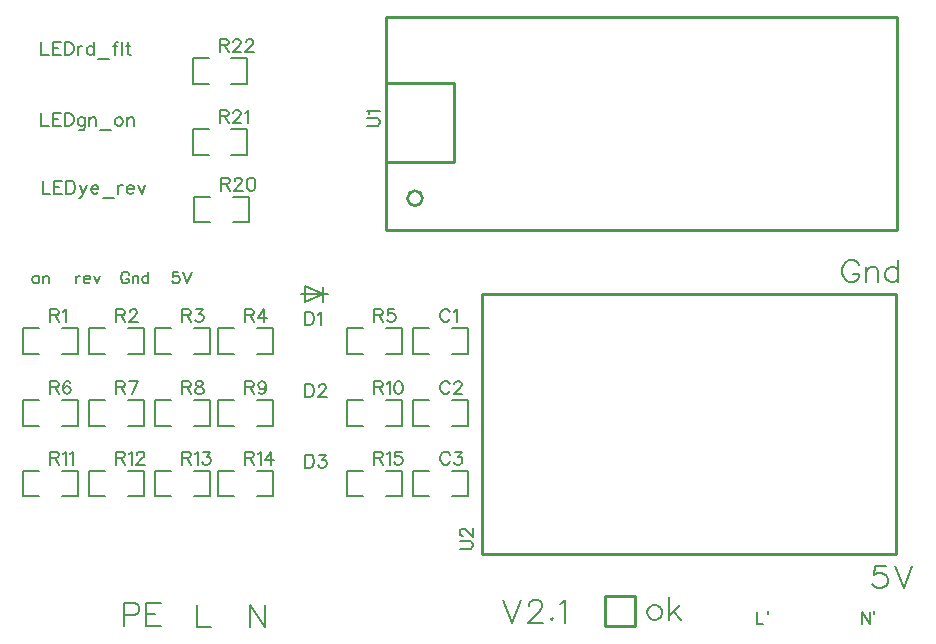
<source format=gto>
G04 Layer: TopSilkscreenLayer*
G04 EasyEDA v6.5.50, 2025-05-27 18:24:41*
G04 52539cb3a7ae454bb971d49213b625aa,b37a74ae5ac9402f918d5afa9d52dbed,10*
G04 Gerber Generator version 0.2*
G04 Scale: 100 percent, Rotated: No, Reflected: No *
G04 Dimensions in millimeters *
G04 leading zeros omitted , absolute positions ,4 integer and 5 decimal *
%FSLAX45Y45*%
%MOMM*%

%ADD10C,0.1524*%
%ADD11C,0.2032*%
%ADD12C,0.2000*%
%ADD13C,0.2540*%
%ADD14C,0.0146*%

%LPD*%
D10*
X482600Y3895344D02*
G01*
X482600Y3786378D01*
X482600Y3786378D02*
G01*
X544829Y3786378D01*
X579120Y3895344D02*
G01*
X579120Y3786378D01*
X579120Y3895344D02*
G01*
X646684Y3895344D01*
X579120Y3843528D02*
G01*
X620776Y3843528D01*
X579120Y3786378D02*
G01*
X646684Y3786378D01*
X680973Y3895344D02*
G01*
X680973Y3786378D01*
X680973Y3895344D02*
G01*
X717550Y3895344D01*
X733044Y3890263D01*
X743457Y3879850D01*
X748537Y3869436D01*
X753871Y3853942D01*
X753871Y3827779D01*
X748537Y3812286D01*
X743457Y3801871D01*
X733044Y3791457D01*
X717550Y3786378D01*
X680973Y3786378D01*
X793242Y3859021D02*
G01*
X824484Y3786378D01*
X855726Y3859021D02*
G01*
X824484Y3786378D01*
X814070Y3765550D01*
X803655Y3755136D01*
X793242Y3750055D01*
X788162Y3750055D01*
X890015Y3827779D02*
G01*
X952245Y3827779D01*
X952245Y3838194D01*
X947165Y3848607D01*
X941831Y3853942D01*
X931418Y3859021D01*
X915923Y3859021D01*
X905510Y3853942D01*
X895095Y3843528D01*
X890015Y3827779D01*
X890015Y3817365D01*
X895095Y3801871D01*
X905510Y3791457D01*
X915923Y3786378D01*
X931418Y3786378D01*
X941831Y3791457D01*
X952245Y3801871D01*
X986536Y3750055D02*
G01*
X1080007Y3750055D01*
X1114297Y3859021D02*
G01*
X1114297Y3786378D01*
X1114297Y3827779D02*
G01*
X1119631Y3843528D01*
X1130045Y3853942D01*
X1140460Y3859021D01*
X1155954Y3859021D01*
X1190244Y3827779D02*
G01*
X1252473Y3827779D01*
X1252473Y3838194D01*
X1247394Y3848607D01*
X1242060Y3853942D01*
X1231900Y3859021D01*
X1216152Y3859021D01*
X1205737Y3853942D01*
X1195323Y3843528D01*
X1190244Y3827779D01*
X1190244Y3817365D01*
X1195323Y3801871D01*
X1205737Y3791457D01*
X1216152Y3786378D01*
X1231900Y3786378D01*
X1242060Y3791457D01*
X1252473Y3801871D01*
X1286763Y3859021D02*
G01*
X1318005Y3786378D01*
X1349247Y3859021D02*
G01*
X1318005Y3786378D01*
X469900Y4466844D02*
G01*
X469900Y4357878D01*
X469900Y4357878D02*
G01*
X532129Y4357878D01*
X566420Y4466844D02*
G01*
X566420Y4357878D01*
X566420Y4466844D02*
G01*
X633984Y4466844D01*
X566420Y4415028D02*
G01*
X608076Y4415028D01*
X566420Y4357878D02*
G01*
X633984Y4357878D01*
X668273Y4466844D02*
G01*
X668273Y4357878D01*
X668273Y4466844D02*
G01*
X704850Y4466844D01*
X720344Y4461763D01*
X730757Y4451350D01*
X735837Y4440936D01*
X741171Y4425442D01*
X741171Y4399279D01*
X735837Y4383786D01*
X730757Y4373371D01*
X720344Y4362957D01*
X704850Y4357878D01*
X668273Y4357878D01*
X837692Y4430521D02*
G01*
X837692Y4347463D01*
X832612Y4331715D01*
X827278Y4326636D01*
X816863Y4321555D01*
X801370Y4321555D01*
X790955Y4326636D01*
X837692Y4415028D02*
G01*
X827278Y4425442D01*
X816863Y4430521D01*
X801370Y4430521D01*
X790955Y4425442D01*
X780542Y4415028D01*
X775462Y4399279D01*
X775462Y4388865D01*
X780542Y4373371D01*
X790955Y4362957D01*
X801370Y4357878D01*
X816863Y4357878D01*
X827278Y4362957D01*
X837692Y4373371D01*
X871981Y4430521D02*
G01*
X871981Y4357878D01*
X871981Y4409694D02*
G01*
X887729Y4425442D01*
X897889Y4430521D01*
X913637Y4430521D01*
X924052Y4425442D01*
X929131Y4409694D01*
X929131Y4357878D01*
X963421Y4321555D02*
G01*
X1056894Y4321555D01*
X1117345Y4430521D02*
G01*
X1106931Y4425442D01*
X1096518Y4415028D01*
X1091184Y4399279D01*
X1091184Y4388865D01*
X1096518Y4373371D01*
X1106931Y4362957D01*
X1117345Y4357878D01*
X1132839Y4357878D01*
X1143254Y4362957D01*
X1153668Y4373371D01*
X1158747Y4388865D01*
X1158747Y4399279D01*
X1153668Y4415028D01*
X1143254Y4425442D01*
X1132839Y4430521D01*
X1117345Y4430521D01*
X1193037Y4430521D02*
G01*
X1193037Y4357878D01*
X1193037Y4409694D02*
G01*
X1208786Y4425442D01*
X1219200Y4430521D01*
X1234694Y4430521D01*
X1245107Y4425442D01*
X1250187Y4409694D01*
X1250187Y4357878D01*
X469900Y5068315D02*
G01*
X469900Y4959350D01*
X469900Y4959350D02*
G01*
X532129Y4959350D01*
X566420Y5068315D02*
G01*
X566420Y4959350D01*
X566420Y5068315D02*
G01*
X633984Y5068315D01*
X566420Y5016500D02*
G01*
X608076Y5016500D01*
X566420Y4959350D02*
G01*
X633984Y4959350D01*
X668273Y5068315D02*
G01*
X668273Y4959350D01*
X668273Y5068315D02*
G01*
X704850Y5068315D01*
X720344Y5063236D01*
X730757Y5052821D01*
X735837Y5042407D01*
X741171Y5026660D01*
X741171Y5000752D01*
X735837Y4985257D01*
X730757Y4974844D01*
X720344Y4964429D01*
X704850Y4959350D01*
X668273Y4959350D01*
X775462Y5031994D02*
G01*
X775462Y4959350D01*
X775462Y5000752D02*
G01*
X780542Y5016500D01*
X790955Y5026660D01*
X801370Y5031994D01*
X816863Y5031994D01*
X913637Y5068315D02*
G01*
X913637Y4959350D01*
X913637Y5016500D02*
G01*
X903223Y5026660D01*
X892810Y5031994D01*
X877315Y5031994D01*
X866902Y5026660D01*
X856487Y5016500D01*
X851154Y5000752D01*
X851154Y4990337D01*
X856487Y4974844D01*
X866902Y4964429D01*
X877315Y4959350D01*
X892810Y4959350D01*
X903223Y4964429D01*
X913637Y4974844D01*
X947928Y4922773D02*
G01*
X1041400Y4922773D01*
X1117345Y5068315D02*
G01*
X1106931Y5068315D01*
X1096518Y5063236D01*
X1091184Y5047487D01*
X1091184Y4959350D01*
X1075689Y5031994D02*
G01*
X1112012Y5031994D01*
X1151636Y5068315D02*
G01*
X1151636Y4959350D01*
X1201420Y5068315D02*
G01*
X1201420Y4979923D01*
X1206500Y4964429D01*
X1216913Y4959350D01*
X1227328Y4959350D01*
X1185926Y5031994D02*
G01*
X1222247Y5031994D01*
X2705100Y1575815D02*
G01*
X2705100Y1466850D01*
X2705100Y1575815D02*
G01*
X2741422Y1575815D01*
X2757170Y1570736D01*
X2767329Y1560321D01*
X2772663Y1549907D01*
X2777743Y1534160D01*
X2777743Y1508252D01*
X2772663Y1492757D01*
X2767329Y1482344D01*
X2757170Y1471929D01*
X2741422Y1466850D01*
X2705100Y1466850D01*
X2822447Y1575815D02*
G01*
X2879597Y1575815D01*
X2848609Y1534160D01*
X2864104Y1534160D01*
X2874518Y1529079D01*
X2879597Y1524000D01*
X2884931Y1508252D01*
X2884931Y1497837D01*
X2879597Y1482344D01*
X2869184Y1471929D01*
X2853690Y1466850D01*
X2838195Y1466850D01*
X2822447Y1471929D01*
X2817368Y1477010D01*
X2812034Y1487423D01*
X2705100Y2172715D02*
G01*
X2705100Y2063750D01*
X2705100Y2172715D02*
G01*
X2741422Y2172715D01*
X2757170Y2167636D01*
X2767329Y2157221D01*
X2772663Y2146807D01*
X2777743Y2131060D01*
X2777743Y2105152D01*
X2772663Y2089657D01*
X2767329Y2079244D01*
X2757170Y2068829D01*
X2741422Y2063750D01*
X2705100Y2063750D01*
X2817368Y2146807D02*
G01*
X2817368Y2151887D01*
X2822447Y2162302D01*
X2827781Y2167636D01*
X2838195Y2172715D01*
X2858770Y2172715D01*
X2869184Y2167636D01*
X2874518Y2162302D01*
X2879597Y2151887D01*
X2879597Y2141473D01*
X2874518Y2131060D01*
X2864104Y2115565D01*
X2812034Y2063750D01*
X2884931Y2063750D01*
X2705100Y2782315D02*
G01*
X2705100Y2673350D01*
X2705100Y2782315D02*
G01*
X2741422Y2782315D01*
X2757170Y2777236D01*
X2767329Y2766821D01*
X2772663Y2756407D01*
X2777743Y2740660D01*
X2777743Y2714752D01*
X2772663Y2699257D01*
X2767329Y2688844D01*
X2757170Y2678429D01*
X2741422Y2673350D01*
X2705100Y2673350D01*
X2812034Y2761487D02*
G01*
X2822447Y2766821D01*
X2838195Y2782315D01*
X2838195Y2673350D01*
D11*
X2235200Y306578D02*
G01*
X2235200Y112776D01*
X2235200Y306578D02*
G01*
X2364486Y112776D01*
X2364486Y306578D02*
G01*
X2364486Y112776D01*
X1790700Y306578D02*
G01*
X1790700Y112776D01*
X1790700Y112776D02*
G01*
X1901444Y112776D01*
X1168400Y319278D02*
G01*
X1168400Y125476D01*
X1168400Y319278D02*
G01*
X1251457Y319278D01*
X1279144Y310134D01*
X1288542Y300989D01*
X1297686Y282447D01*
X1297686Y254762D01*
X1288542Y236220D01*
X1279144Y227076D01*
X1251457Y217678D01*
X1168400Y217678D01*
X1358645Y319278D02*
G01*
X1358645Y125476D01*
X1358645Y319278D02*
G01*
X1478787Y319278D01*
X1358645Y227076D02*
G01*
X1432560Y227076D01*
X1358645Y125476D02*
G01*
X1478787Y125476D01*
X7390129Y3181350D02*
G01*
X7380986Y3199892D01*
X7362443Y3218434D01*
X7344156Y3227578D01*
X7307072Y3227578D01*
X7288529Y3218434D01*
X7270241Y3199892D01*
X7260843Y3181350D01*
X7251700Y3153663D01*
X7251700Y3107689D01*
X7260843Y3079750D01*
X7270241Y3061462D01*
X7288529Y3042920D01*
X7307072Y3033776D01*
X7344156Y3033776D01*
X7362443Y3042920D01*
X7380986Y3061462D01*
X7390129Y3079750D01*
X7390129Y3107689D01*
X7344156Y3107689D02*
G01*
X7390129Y3107689D01*
X7451090Y3163062D02*
G01*
X7451090Y3033776D01*
X7451090Y3125978D02*
G01*
X7479029Y3153663D01*
X7497318Y3163062D01*
X7525004Y3163062D01*
X7543545Y3153663D01*
X7552690Y3125978D01*
X7552690Y3033776D01*
X7724647Y3227578D02*
G01*
X7724647Y3033776D01*
X7724647Y3135376D02*
G01*
X7706106Y3153663D01*
X7687563Y3163062D01*
X7659877Y3163062D01*
X7641590Y3153663D01*
X7623047Y3135376D01*
X7613650Y3107689D01*
X7613650Y3089147D01*
X7623047Y3061462D01*
X7641590Y3042920D01*
X7659877Y3033776D01*
X7687563Y3033776D01*
X7706106Y3042920D01*
X7724647Y3061462D01*
X5646927Y305562D02*
G01*
X5628386Y296163D01*
X5609843Y277876D01*
X5600700Y250189D01*
X5600700Y231647D01*
X5609843Y203962D01*
X5628386Y185420D01*
X5646927Y176276D01*
X5674613Y176276D01*
X5693156Y185420D01*
X5711443Y203962D01*
X5720841Y231647D01*
X5720841Y250189D01*
X5711443Y277876D01*
X5693156Y296163D01*
X5674613Y305562D01*
X5646927Y305562D01*
X5781802Y370078D02*
G01*
X5781802Y176276D01*
X5874004Y305562D02*
G01*
X5781802Y213105D01*
X5818631Y250189D02*
G01*
X5883402Y176276D01*
X4381500Y344678D02*
G01*
X4455413Y150876D01*
X4529327Y344678D02*
G01*
X4455413Y150876D01*
X4599431Y298450D02*
G01*
X4599431Y307847D01*
X4608829Y326389D01*
X4617974Y335534D01*
X4636515Y344678D01*
X4673345Y344678D01*
X4691888Y335534D01*
X4701031Y326389D01*
X4710429Y307847D01*
X4710429Y289305D01*
X4701031Y270763D01*
X4682490Y243078D01*
X4590288Y150876D01*
X4719574Y150876D01*
X4789677Y196850D02*
G01*
X4780534Y187705D01*
X4789677Y178562D01*
X4799075Y187705D01*
X4789677Y196850D01*
X4860036Y307847D02*
G01*
X4878324Y316992D01*
X4906009Y344678D01*
X4906009Y150876D01*
X7616443Y636778D02*
G01*
X7524241Y636778D01*
X7514843Y553720D01*
X7524241Y562863D01*
X7551927Y572262D01*
X7579613Y572262D01*
X7607300Y562863D01*
X7625841Y544576D01*
X7634986Y516889D01*
X7634986Y498347D01*
X7625841Y470662D01*
X7607300Y452120D01*
X7579613Y442976D01*
X7551927Y442976D01*
X7524241Y452120D01*
X7514843Y461263D01*
X7505700Y479805D01*
X7695945Y636778D02*
G01*
X7769859Y442976D01*
X7843774Y636778D02*
G01*
X7769859Y442976D01*
X1629410Y3123437D02*
G01*
X1583944Y3123437D01*
X1579371Y3082544D01*
X1583944Y3087115D01*
X1597405Y3091687D01*
X1611121Y3091687D01*
X1624837Y3087115D01*
X1633981Y3077971D01*
X1638554Y3064510D01*
X1638554Y3055365D01*
X1633981Y3041650D01*
X1624837Y3032505D01*
X1611121Y3027934D01*
X1597405Y3027934D01*
X1583944Y3032505D01*
X1579371Y3037078D01*
X1574800Y3046221D01*
X1668526Y3123437D02*
G01*
X1704847Y3027934D01*
X1741170Y3123437D02*
G01*
X1704847Y3027934D01*
X1211071Y3100831D02*
G01*
X1206754Y3109976D01*
X1197610Y3118865D01*
X1188465Y3123437D01*
X1170178Y3123437D01*
X1161287Y3118865D01*
X1152144Y3109976D01*
X1147571Y3100831D01*
X1143000Y3087115D01*
X1143000Y3064510D01*
X1147571Y3050794D01*
X1152144Y3041650D01*
X1161287Y3032505D01*
X1170178Y3027934D01*
X1188465Y3027934D01*
X1197610Y3032505D01*
X1206754Y3041650D01*
X1211071Y3050794D01*
X1211071Y3064510D01*
X1188465Y3064510D02*
G01*
X1211071Y3064510D01*
X1241297Y3091687D02*
G01*
X1241297Y3027934D01*
X1241297Y3073400D02*
G01*
X1254760Y3087115D01*
X1263904Y3091687D01*
X1277620Y3091687D01*
X1286510Y3087115D01*
X1291081Y3073400D01*
X1291081Y3027934D01*
X1375663Y3123437D02*
G01*
X1375663Y3027934D01*
X1375663Y3077971D02*
G01*
X1366520Y3087115D01*
X1357629Y3091687D01*
X1343913Y3091687D01*
X1334770Y3087115D01*
X1325626Y3077971D01*
X1321307Y3064510D01*
X1321307Y3055365D01*
X1325626Y3041650D01*
X1334770Y3032505D01*
X1343913Y3027934D01*
X1357629Y3027934D01*
X1366520Y3032505D01*
X1375663Y3041650D01*
D10*
X4012184Y774700D02*
G01*
X4090161Y774700D01*
X4105656Y779779D01*
X4116070Y790194D01*
X4121150Y805942D01*
X4121150Y816355D01*
X4116070Y831850D01*
X4105656Y842263D01*
X4090161Y847344D01*
X4012184Y847344D01*
X4038091Y886968D02*
G01*
X4033011Y886968D01*
X4022597Y892047D01*
X4017263Y897381D01*
X4012184Y907795D01*
X4012184Y928370D01*
X4017263Y938784D01*
X4022597Y944118D01*
X4033011Y949197D01*
X4043425Y949197D01*
X4053840Y944118D01*
X4069334Y933704D01*
X4121150Y881634D01*
X4121150Y954531D01*
D11*
X6527800Y240537D02*
G01*
X6527800Y145034D01*
X6527800Y145034D02*
G01*
X6582409Y145034D01*
X6621525Y254254D02*
G01*
X6621525Y227076D01*
X7416800Y240537D02*
G01*
X7416800Y145034D01*
X7416800Y240537D02*
G01*
X7480554Y145034D01*
X7480554Y240537D02*
G01*
X7480554Y145034D01*
X7519415Y254254D02*
G01*
X7519415Y227076D01*
X762000Y3091687D02*
G01*
X762000Y3027934D01*
X762000Y3064510D02*
G01*
X766571Y3077971D01*
X775715Y3087115D01*
X784605Y3091687D01*
X798321Y3091687D01*
X828294Y3064510D02*
G01*
X882904Y3064510D01*
X882904Y3073400D01*
X878331Y3082544D01*
X873760Y3087115D01*
X864615Y3091687D01*
X851154Y3091687D01*
X842010Y3087115D01*
X832865Y3077971D01*
X828294Y3064510D01*
X828294Y3055365D01*
X832865Y3041650D01*
X842010Y3032505D01*
X851154Y3027934D01*
X864615Y3027934D01*
X873760Y3032505D01*
X882904Y3041650D01*
X912876Y3091687D02*
G01*
X940307Y3027934D01*
X967486Y3091687D02*
G01*
X940307Y3027934D01*
X416305Y3091687D02*
G01*
X407415Y3087115D01*
X398271Y3077971D01*
X393700Y3064510D01*
X393700Y3055365D01*
X398271Y3041650D01*
X407415Y3032505D01*
X416305Y3027934D01*
X430021Y3027934D01*
X439165Y3032505D01*
X448310Y3041650D01*
X452881Y3055365D01*
X452881Y3064510D01*
X448310Y3077971D01*
X439165Y3087115D01*
X430021Y3091687D01*
X416305Y3091687D01*
X482854Y3091687D02*
G01*
X482854Y3027934D01*
X482854Y3073400D02*
G01*
X496315Y3087115D01*
X505460Y3091687D01*
X519176Y3091687D01*
X528320Y3087115D01*
X532892Y3073400D01*
X532892Y3027934D01*
D10*
X3224784Y4356100D02*
G01*
X3302761Y4356100D01*
X3318256Y4361179D01*
X3328670Y4371594D01*
X3333750Y4387342D01*
X3333750Y4397755D01*
X3328670Y4413250D01*
X3318256Y4423663D01*
X3302761Y4428744D01*
X3224784Y4428744D01*
X3245611Y4463034D02*
G01*
X3240277Y4473447D01*
X3224784Y4489195D01*
X3333750Y4489195D01*
X1104900Y1601215D02*
G01*
X1104900Y1492250D01*
X1104900Y1601215D02*
G01*
X1151636Y1601215D01*
X1167129Y1596136D01*
X1172463Y1590802D01*
X1177544Y1580387D01*
X1177544Y1569973D01*
X1172463Y1559560D01*
X1167129Y1554479D01*
X1151636Y1549400D01*
X1104900Y1549400D01*
X1141221Y1549400D02*
G01*
X1177544Y1492250D01*
X1211834Y1580387D02*
G01*
X1222247Y1585721D01*
X1237995Y1601215D01*
X1237995Y1492250D01*
X1277365Y1575307D02*
G01*
X1277365Y1580387D01*
X1282700Y1590802D01*
X1287779Y1596136D01*
X1298194Y1601215D01*
X1319021Y1601215D01*
X1329436Y1596136D01*
X1334515Y1590802D01*
X1339850Y1580387D01*
X1339850Y1569973D01*
X1334515Y1559560D01*
X1324102Y1544065D01*
X1272286Y1492250D01*
X1344929Y1492250D01*
X1663700Y1601215D02*
G01*
X1663700Y1492250D01*
X1663700Y1601215D02*
G01*
X1710436Y1601215D01*
X1725929Y1596136D01*
X1731263Y1590802D01*
X1736344Y1580387D01*
X1736344Y1569973D01*
X1731263Y1559560D01*
X1725929Y1554479D01*
X1710436Y1549400D01*
X1663700Y1549400D01*
X1700021Y1549400D02*
G01*
X1736344Y1492250D01*
X1770634Y1580387D02*
G01*
X1781047Y1585721D01*
X1796795Y1601215D01*
X1796795Y1492250D01*
X1841500Y1601215D02*
G01*
X1898650Y1601215D01*
X1867407Y1559560D01*
X1882902Y1559560D01*
X1893315Y1554479D01*
X1898650Y1549400D01*
X1903729Y1533652D01*
X1903729Y1523237D01*
X1898650Y1507744D01*
X1888236Y1497329D01*
X1872487Y1492250D01*
X1856994Y1492250D01*
X1841500Y1497329D01*
X1836165Y1502410D01*
X1831086Y1512823D01*
X2197100Y1601215D02*
G01*
X2197100Y1492250D01*
X2197100Y1601215D02*
G01*
X2243836Y1601215D01*
X2259329Y1596136D01*
X2264663Y1590802D01*
X2269743Y1580387D01*
X2269743Y1569973D01*
X2264663Y1559560D01*
X2259329Y1554479D01*
X2243836Y1549400D01*
X2197100Y1549400D01*
X2233422Y1549400D02*
G01*
X2269743Y1492250D01*
X2304034Y1580387D02*
G01*
X2314447Y1585721D01*
X2330195Y1601215D01*
X2330195Y1492250D01*
X2416302Y1601215D02*
G01*
X2364486Y1528571D01*
X2442209Y1528571D01*
X2416302Y1601215D02*
G01*
X2416302Y1492250D01*
X3289300Y1601215D02*
G01*
X3289300Y1492250D01*
X3289300Y1601215D02*
G01*
X3336036Y1601215D01*
X3351529Y1596136D01*
X3356863Y1590802D01*
X3361943Y1580387D01*
X3361943Y1569973D01*
X3356863Y1559560D01*
X3351529Y1554479D01*
X3336036Y1549400D01*
X3289300Y1549400D01*
X3325622Y1549400D02*
G01*
X3361943Y1492250D01*
X3396234Y1580387D02*
G01*
X3406647Y1585721D01*
X3422395Y1601215D01*
X3422395Y1492250D01*
X3518915Y1601215D02*
G01*
X3467100Y1601215D01*
X3461765Y1554479D01*
X3467100Y1559560D01*
X3482593Y1564894D01*
X3498088Y1564894D01*
X3513836Y1559560D01*
X3524250Y1549400D01*
X3529329Y1533652D01*
X3529329Y1523237D01*
X3524250Y1507744D01*
X3513836Y1497329D01*
X3498088Y1492250D01*
X3482593Y1492250D01*
X3467100Y1497329D01*
X3461765Y1502410D01*
X3456686Y1512823D01*
X3926077Y1575307D02*
G01*
X3920743Y1585721D01*
X3910329Y1596136D01*
X3900170Y1601215D01*
X3879341Y1601215D01*
X3868927Y1596136D01*
X3858513Y1585721D01*
X3853179Y1575307D01*
X3848100Y1559560D01*
X3848100Y1533652D01*
X3853179Y1518157D01*
X3858513Y1507744D01*
X3868927Y1497329D01*
X3879341Y1492250D01*
X3900170Y1492250D01*
X3910329Y1497329D01*
X3920743Y1507744D01*
X3926077Y1518157D01*
X3970781Y1601215D02*
G01*
X4027931Y1601215D01*
X3996690Y1559560D01*
X4012184Y1559560D01*
X4022597Y1554479D01*
X4027931Y1549400D01*
X4033011Y1533652D01*
X4033011Y1523237D01*
X4027931Y1507744D01*
X4017518Y1497329D01*
X4001770Y1492250D01*
X3986275Y1492250D01*
X3970781Y1497329D01*
X3965447Y1502410D01*
X3960368Y1512823D01*
X546100Y1601215D02*
G01*
X546100Y1492250D01*
X546100Y1601215D02*
G01*
X592836Y1601215D01*
X608329Y1596136D01*
X613663Y1590802D01*
X618744Y1580387D01*
X618744Y1569973D01*
X613663Y1559560D01*
X608329Y1554479D01*
X592836Y1549400D01*
X546100Y1549400D01*
X582421Y1549400D02*
G01*
X618744Y1492250D01*
X653034Y1580387D02*
G01*
X663447Y1585721D01*
X679195Y1601215D01*
X679195Y1492250D01*
X713486Y1580387D02*
G01*
X723900Y1585721D01*
X739394Y1601215D01*
X739394Y1492250D01*
X1104900Y2198115D02*
G01*
X1104900Y2089150D01*
X1104900Y2198115D02*
G01*
X1151636Y2198115D01*
X1167129Y2193036D01*
X1172463Y2187702D01*
X1177544Y2177287D01*
X1177544Y2166873D01*
X1172463Y2156460D01*
X1167129Y2151379D01*
X1151636Y2146300D01*
X1104900Y2146300D01*
X1141221Y2146300D02*
G01*
X1177544Y2089150D01*
X1284731Y2198115D02*
G01*
X1232662Y2089150D01*
X1211834Y2198115D02*
G01*
X1284731Y2198115D01*
X1663700Y2198115D02*
G01*
X1663700Y2089150D01*
X1663700Y2198115D02*
G01*
X1710436Y2198115D01*
X1725929Y2193036D01*
X1731263Y2187702D01*
X1736344Y2177287D01*
X1736344Y2166873D01*
X1731263Y2156460D01*
X1725929Y2151379D01*
X1710436Y2146300D01*
X1663700Y2146300D01*
X1700021Y2146300D02*
G01*
X1736344Y2089150D01*
X1796795Y2198115D02*
G01*
X1781047Y2193036D01*
X1775968Y2182621D01*
X1775968Y2172207D01*
X1781047Y2161794D01*
X1791462Y2156460D01*
X1812289Y2151379D01*
X1827784Y2146300D01*
X1838197Y2135886D01*
X1843531Y2125471D01*
X1843531Y2109723D01*
X1838197Y2099310D01*
X1833118Y2094229D01*
X1817370Y2089150D01*
X1796795Y2089150D01*
X1781047Y2094229D01*
X1775968Y2099310D01*
X1770634Y2109723D01*
X1770634Y2125471D01*
X1775968Y2135886D01*
X1786381Y2146300D01*
X1801876Y2151379D01*
X1822704Y2156460D01*
X1833118Y2161794D01*
X1838197Y2172207D01*
X1838197Y2182621D01*
X1833118Y2193036D01*
X1817370Y2198115D01*
X1796795Y2198115D01*
X2197100Y2198115D02*
G01*
X2197100Y2089150D01*
X2197100Y2198115D02*
G01*
X2243836Y2198115D01*
X2259329Y2193036D01*
X2264663Y2187702D01*
X2269743Y2177287D01*
X2269743Y2166873D01*
X2264663Y2156460D01*
X2259329Y2151379D01*
X2243836Y2146300D01*
X2197100Y2146300D01*
X2233422Y2146300D02*
G01*
X2269743Y2089150D01*
X2371597Y2161794D02*
G01*
X2366518Y2146300D01*
X2356104Y2135886D01*
X2340609Y2130552D01*
X2335275Y2130552D01*
X2319781Y2135886D01*
X2309368Y2146300D01*
X2304034Y2161794D01*
X2304034Y2166873D01*
X2309368Y2182621D01*
X2319781Y2193036D01*
X2335275Y2198115D01*
X2340609Y2198115D01*
X2356104Y2193036D01*
X2366518Y2182621D01*
X2371597Y2161794D01*
X2371597Y2135886D01*
X2366518Y2109723D01*
X2356104Y2094229D01*
X2340609Y2089150D01*
X2330195Y2089150D01*
X2314447Y2094229D01*
X2309368Y2104644D01*
X3289300Y2198115D02*
G01*
X3289300Y2089150D01*
X3289300Y2198115D02*
G01*
X3336036Y2198115D01*
X3351529Y2193036D01*
X3356863Y2187702D01*
X3361943Y2177287D01*
X3361943Y2166873D01*
X3356863Y2156460D01*
X3351529Y2151379D01*
X3336036Y2146300D01*
X3289300Y2146300D01*
X3325622Y2146300D02*
G01*
X3361943Y2089150D01*
X3396234Y2177287D02*
G01*
X3406647Y2182621D01*
X3422395Y2198115D01*
X3422395Y2089150D01*
X3487674Y2198115D02*
G01*
X3472179Y2193036D01*
X3461765Y2177287D01*
X3456686Y2151379D01*
X3456686Y2135886D01*
X3461765Y2109723D01*
X3472179Y2094229D01*
X3487674Y2089150D01*
X3498088Y2089150D01*
X3513836Y2094229D01*
X3524250Y2109723D01*
X3529329Y2135886D01*
X3529329Y2151379D01*
X3524250Y2177287D01*
X3513836Y2193036D01*
X3498088Y2198115D01*
X3487674Y2198115D01*
X3926077Y2172207D02*
G01*
X3920743Y2182621D01*
X3910329Y2193036D01*
X3900170Y2198115D01*
X3879341Y2198115D01*
X3868927Y2193036D01*
X3858513Y2182621D01*
X3853179Y2172207D01*
X3848100Y2156460D01*
X3848100Y2130552D01*
X3853179Y2115057D01*
X3858513Y2104644D01*
X3868927Y2094229D01*
X3879341Y2089150D01*
X3900170Y2089150D01*
X3910329Y2094229D01*
X3920743Y2104644D01*
X3926077Y2115057D01*
X3965447Y2172207D02*
G01*
X3965447Y2177287D01*
X3970781Y2187702D01*
X3975861Y2193036D01*
X3986275Y2198115D01*
X4007104Y2198115D01*
X4017518Y2193036D01*
X4022597Y2187702D01*
X4027931Y2177287D01*
X4027931Y2166873D01*
X4022597Y2156460D01*
X4012184Y2140965D01*
X3960368Y2089150D01*
X4033011Y2089150D01*
X546100Y2198115D02*
G01*
X546100Y2089150D01*
X546100Y2198115D02*
G01*
X592836Y2198115D01*
X608329Y2193036D01*
X613663Y2187702D01*
X618744Y2177287D01*
X618744Y2166873D01*
X613663Y2156460D01*
X608329Y2151379D01*
X592836Y2146300D01*
X546100Y2146300D01*
X582421Y2146300D02*
G01*
X618744Y2089150D01*
X715518Y2182621D02*
G01*
X710184Y2193036D01*
X694689Y2198115D01*
X684276Y2198115D01*
X668781Y2193036D01*
X658368Y2177287D01*
X653034Y2151379D01*
X653034Y2125471D01*
X658368Y2104644D01*
X668781Y2094229D01*
X684276Y2089150D01*
X689610Y2089150D01*
X705104Y2094229D01*
X715518Y2104644D01*
X720597Y2120137D01*
X720597Y2125471D01*
X715518Y2140965D01*
X705104Y2151379D01*
X689610Y2156460D01*
X684276Y2156460D01*
X668781Y2151379D01*
X658368Y2140965D01*
X653034Y2125471D01*
X546100Y2807715D02*
G01*
X546100Y2698750D01*
X546100Y2807715D02*
G01*
X592836Y2807715D01*
X608329Y2802636D01*
X613663Y2797302D01*
X618744Y2786887D01*
X618744Y2776473D01*
X613663Y2766060D01*
X608329Y2760979D01*
X592836Y2755900D01*
X546100Y2755900D01*
X582421Y2755900D02*
G01*
X618744Y2698750D01*
X653034Y2786887D02*
G01*
X663447Y2792221D01*
X679195Y2807715D01*
X679195Y2698750D01*
X3926077Y2781807D02*
G01*
X3920743Y2792221D01*
X3910329Y2802636D01*
X3900170Y2807715D01*
X3879341Y2807715D01*
X3868927Y2802636D01*
X3858513Y2792221D01*
X3853179Y2781807D01*
X3848100Y2766060D01*
X3848100Y2740152D01*
X3853179Y2724657D01*
X3858513Y2714244D01*
X3868927Y2703829D01*
X3879341Y2698750D01*
X3900170Y2698750D01*
X3910329Y2703829D01*
X3920743Y2714244D01*
X3926077Y2724657D01*
X3960368Y2786887D02*
G01*
X3970781Y2792221D01*
X3986275Y2807715D01*
X3986275Y2698750D01*
X3289300Y2807715D02*
G01*
X3289300Y2698750D01*
X3289300Y2807715D02*
G01*
X3336036Y2807715D01*
X3351529Y2802636D01*
X3356863Y2797302D01*
X3361943Y2786887D01*
X3361943Y2776473D01*
X3356863Y2766060D01*
X3351529Y2760979D01*
X3336036Y2755900D01*
X3289300Y2755900D01*
X3325622Y2755900D02*
G01*
X3361943Y2698750D01*
X3458718Y2807715D02*
G01*
X3406647Y2807715D01*
X3401568Y2760979D01*
X3406647Y2766060D01*
X3422395Y2771394D01*
X3437890Y2771394D01*
X3453384Y2766060D01*
X3463797Y2755900D01*
X3469131Y2740152D01*
X3469131Y2729737D01*
X3463797Y2714244D01*
X3453384Y2703829D01*
X3437890Y2698750D01*
X3422395Y2698750D01*
X3406647Y2703829D01*
X3401568Y2708910D01*
X3396234Y2719323D01*
X2197100Y2807715D02*
G01*
X2197100Y2698750D01*
X2197100Y2807715D02*
G01*
X2243836Y2807715D01*
X2259329Y2802636D01*
X2264663Y2797302D01*
X2269743Y2786887D01*
X2269743Y2776473D01*
X2264663Y2766060D01*
X2259329Y2760979D01*
X2243836Y2755900D01*
X2197100Y2755900D01*
X2233422Y2755900D02*
G01*
X2269743Y2698750D01*
X2356104Y2807715D02*
G01*
X2304034Y2735071D01*
X2382011Y2735071D01*
X2356104Y2807715D02*
G01*
X2356104Y2698750D01*
X1663700Y2807715D02*
G01*
X1663700Y2698750D01*
X1663700Y2807715D02*
G01*
X1710436Y2807715D01*
X1725929Y2802636D01*
X1731263Y2797302D01*
X1736344Y2786887D01*
X1736344Y2776473D01*
X1731263Y2766060D01*
X1725929Y2760979D01*
X1710436Y2755900D01*
X1663700Y2755900D01*
X1700021Y2755900D02*
G01*
X1736344Y2698750D01*
X1781047Y2807715D02*
G01*
X1838197Y2807715D01*
X1807210Y2766060D01*
X1822704Y2766060D01*
X1833118Y2760979D01*
X1838197Y2755900D01*
X1843531Y2740152D01*
X1843531Y2729737D01*
X1838197Y2714244D01*
X1827784Y2703829D01*
X1812289Y2698750D01*
X1796795Y2698750D01*
X1781047Y2703829D01*
X1775968Y2708910D01*
X1770634Y2719323D01*
X1104900Y2807715D02*
G01*
X1104900Y2698750D01*
X1104900Y2807715D02*
G01*
X1151636Y2807715D01*
X1167129Y2802636D01*
X1172463Y2797302D01*
X1177544Y2786887D01*
X1177544Y2776473D01*
X1172463Y2766060D01*
X1167129Y2760979D01*
X1151636Y2755900D01*
X1104900Y2755900D01*
X1141221Y2755900D02*
G01*
X1177544Y2698750D01*
X1217168Y2781807D02*
G01*
X1217168Y2786887D01*
X1222247Y2797302D01*
X1227581Y2802636D01*
X1237995Y2807715D01*
X1258570Y2807715D01*
X1268984Y2802636D01*
X1274318Y2797302D01*
X1279397Y2786887D01*
X1279397Y2776473D01*
X1274318Y2766060D01*
X1263904Y2750565D01*
X1211834Y2698750D01*
X1284731Y2698750D01*
X1981200Y5093715D02*
G01*
X1981200Y4984750D01*
X1981200Y5093715D02*
G01*
X2027936Y5093715D01*
X2043429Y5088636D01*
X2048763Y5083302D01*
X2053843Y5072887D01*
X2053843Y5062473D01*
X2048763Y5052060D01*
X2043429Y5046979D01*
X2027936Y5041900D01*
X1981200Y5041900D01*
X2017522Y5041900D02*
G01*
X2053843Y4984750D01*
X2093468Y5067807D02*
G01*
X2093468Y5072887D01*
X2098547Y5083302D01*
X2103881Y5088636D01*
X2114295Y5093715D01*
X2134870Y5093715D01*
X2145284Y5088636D01*
X2150618Y5083302D01*
X2155697Y5072887D01*
X2155697Y5062473D01*
X2150618Y5052060D01*
X2140204Y5036565D01*
X2088134Y4984750D01*
X2161031Y4984750D01*
X2200402Y5067807D02*
G01*
X2200402Y5072887D01*
X2205736Y5083302D01*
X2210815Y5088636D01*
X2221229Y5093715D01*
X2242058Y5093715D01*
X2252472Y5088636D01*
X2257552Y5083302D01*
X2262886Y5072887D01*
X2262886Y5062473D01*
X2257552Y5052060D01*
X2247138Y5036565D01*
X2195322Y4984750D01*
X2267965Y4984750D01*
X1993900Y3920744D02*
G01*
X1993900Y3811778D01*
X1993900Y3920744D02*
G01*
X2040636Y3920744D01*
X2056129Y3915663D01*
X2061463Y3910329D01*
X2066543Y3899915D01*
X2066543Y3889755D01*
X2061463Y3879342D01*
X2056129Y3874007D01*
X2040636Y3868928D01*
X1993900Y3868928D01*
X2030222Y3868928D02*
G01*
X2066543Y3811778D01*
X2106168Y3894836D02*
G01*
X2106168Y3899915D01*
X2111247Y3910329D01*
X2116581Y3915663D01*
X2126995Y3920744D01*
X2147570Y3920744D01*
X2157984Y3915663D01*
X2163318Y3910329D01*
X2168397Y3899915D01*
X2168397Y3889755D01*
X2163318Y3879342D01*
X2152904Y3863594D01*
X2100834Y3811778D01*
X2173731Y3811778D01*
X2239009Y3920744D02*
G01*
X2223515Y3915663D01*
X2213102Y3899915D01*
X2208022Y3874007D01*
X2208022Y3858513D01*
X2213102Y3832605D01*
X2223515Y3816857D01*
X2239009Y3811778D01*
X2249424Y3811778D01*
X2265172Y3816857D01*
X2275586Y3832605D01*
X2280665Y3858513D01*
X2280665Y3874007D01*
X2275586Y3899915D01*
X2265172Y3915663D01*
X2249424Y3920744D01*
X2239009Y3920744D01*
X1981200Y4492244D02*
G01*
X1981200Y4383278D01*
X1981200Y4492244D02*
G01*
X2027936Y4492244D01*
X2043429Y4487163D01*
X2048763Y4481829D01*
X2053843Y4471415D01*
X2053843Y4461255D01*
X2048763Y4450842D01*
X2043429Y4445507D01*
X2027936Y4440428D01*
X1981200Y4440428D01*
X2017522Y4440428D02*
G01*
X2053843Y4383278D01*
X2093468Y4466336D02*
G01*
X2093468Y4471415D01*
X2098547Y4481829D01*
X2103881Y4487163D01*
X2114295Y4492244D01*
X2134870Y4492244D01*
X2145284Y4487163D01*
X2150618Y4481829D01*
X2155697Y4471415D01*
X2155697Y4461255D01*
X2150618Y4450842D01*
X2140204Y4435094D01*
X2088134Y4383278D01*
X2161031Y4383278D01*
X2195322Y4471415D02*
G01*
X2205736Y4476750D01*
X2221229Y4492244D01*
X2221229Y4383278D01*
D12*
X2895600Y2933700D02*
G01*
X2667000Y2933700D01*
X2857500Y2933700D02*
G01*
X2705100Y2870200D01*
X2857500Y2933700D02*
G01*
X2705100Y3001906D01*
X2857500Y2997200D02*
G01*
X2857500Y2870200D01*
X2705100Y2997200D02*
G01*
X2705100Y2870200D01*
D13*
X5245100Y381000D02*
G01*
X5499100Y381000D01*
X5499100Y127000D01*
X5245100Y127000D01*
X5245100Y381000D01*
X4203700Y736600D02*
G01*
X7708900Y736600D01*
X7708900Y2933700D01*
X4203700Y2933700D01*
X4203700Y736600D01*
X3389884Y4654042D02*
G01*
X3389884Y4724400D01*
X3962400Y4724400D01*
X3962400Y4051300D01*
X3389884Y4051300D01*
X3389884Y4127500D01*
X3389909Y3481501D02*
G01*
X3389909Y5281498D01*
X7709915Y5281498D01*
X7709915Y3481501D01*
X3389909Y3481501D01*
D10*
X1200020Y1225590D02*
G01*
X1336012Y1225590D01*
X1336012Y1441409D01*
X1200020Y1441409D01*
X1009779Y1225590D02*
G01*
X873787Y1225590D01*
X873787Y1441409D01*
X1009779Y1441409D01*
X1758820Y1225590D02*
G01*
X1894812Y1225590D01*
X1894812Y1441409D01*
X1758820Y1441409D01*
X1568579Y1225590D02*
G01*
X1432587Y1225590D01*
X1432587Y1441409D01*
X1568579Y1441409D01*
X2292220Y1225590D02*
G01*
X2428212Y1225590D01*
X2428212Y1441409D01*
X2292220Y1441409D01*
X2101979Y1225590D02*
G01*
X1965987Y1225590D01*
X1965987Y1441409D01*
X2101979Y1441409D01*
X3384420Y1225590D02*
G01*
X3520412Y1225590D01*
X3520412Y1441409D01*
X3384420Y1441409D01*
X3194179Y1225590D02*
G01*
X3058187Y1225590D01*
X3058187Y1441409D01*
X3194179Y1441409D01*
X3943220Y1225590D02*
G01*
X4079212Y1225590D01*
X4079212Y1441409D01*
X3943220Y1441409D01*
X3752979Y1225590D02*
G01*
X3616987Y1225590D01*
X3616987Y1441409D01*
X3752979Y1441409D01*
X641220Y1225590D02*
G01*
X777212Y1225590D01*
X777212Y1441409D01*
X641220Y1441409D01*
X450979Y1225590D02*
G01*
X314987Y1225590D01*
X314987Y1441409D01*
X450979Y1441409D01*
X1200020Y1822490D02*
G01*
X1336012Y1822490D01*
X1336012Y2038309D01*
X1200020Y2038309D01*
X1009779Y1822490D02*
G01*
X873787Y1822490D01*
X873787Y2038309D01*
X1009779Y2038309D01*
X1758820Y1822490D02*
G01*
X1894812Y1822490D01*
X1894812Y2038309D01*
X1758820Y2038309D01*
X1568579Y1822490D02*
G01*
X1432587Y1822490D01*
X1432587Y2038309D01*
X1568579Y2038309D01*
X2292220Y1822490D02*
G01*
X2428212Y1822490D01*
X2428212Y2038309D01*
X2292220Y2038309D01*
X2101979Y1822490D02*
G01*
X1965987Y1822490D01*
X1965987Y2038309D01*
X2101979Y2038309D01*
X3384420Y1822490D02*
G01*
X3520412Y1822490D01*
X3520412Y2038309D01*
X3384420Y2038309D01*
X3194179Y1822490D02*
G01*
X3058187Y1822490D01*
X3058187Y2038309D01*
X3194179Y2038309D01*
X3943220Y1822490D02*
G01*
X4079212Y1822490D01*
X4079212Y2038309D01*
X3943220Y2038309D01*
X3752979Y1822490D02*
G01*
X3616987Y1822490D01*
X3616987Y2038309D01*
X3752979Y2038309D01*
X641220Y1822490D02*
G01*
X777212Y1822490D01*
X777212Y2038309D01*
X641220Y2038309D01*
X450979Y1822490D02*
G01*
X314987Y1822490D01*
X314987Y2038309D01*
X450979Y2038309D01*
X641220Y2432090D02*
G01*
X777212Y2432090D01*
X777212Y2647909D01*
X641220Y2647909D01*
X450979Y2432090D02*
G01*
X314987Y2432090D01*
X314987Y2647909D01*
X450979Y2647909D01*
X3943220Y2432090D02*
G01*
X4079212Y2432090D01*
X4079212Y2647909D01*
X3943220Y2647909D01*
X3752979Y2432090D02*
G01*
X3616987Y2432090D01*
X3616987Y2647909D01*
X3752979Y2647909D01*
X3384420Y2432090D02*
G01*
X3520412Y2432090D01*
X3520412Y2647909D01*
X3384420Y2647909D01*
X3194179Y2432090D02*
G01*
X3058187Y2432090D01*
X3058187Y2647909D01*
X3194179Y2647909D01*
X2292220Y2432090D02*
G01*
X2428212Y2432090D01*
X2428212Y2647909D01*
X2292220Y2647909D01*
X2101979Y2432090D02*
G01*
X1965987Y2432090D01*
X1965987Y2647909D01*
X2101979Y2647909D01*
X1758820Y2432090D02*
G01*
X1894812Y2432090D01*
X1894812Y2647909D01*
X1758820Y2647909D01*
X1568579Y2432090D02*
G01*
X1432587Y2432090D01*
X1432587Y2647909D01*
X1568579Y2647909D01*
X1200020Y2432090D02*
G01*
X1336012Y2432090D01*
X1336012Y2647909D01*
X1200020Y2647909D01*
X1009779Y2432090D02*
G01*
X873787Y2432090D01*
X873787Y2647909D01*
X1009779Y2647909D01*
X2076320Y4718090D02*
G01*
X2212312Y4718090D01*
X2212312Y4933909D01*
X2076320Y4933909D01*
X1886079Y4718090D02*
G01*
X1750087Y4718090D01*
X1750087Y4933909D01*
X1886079Y4933909D01*
X2089020Y3545169D02*
G01*
X2225012Y3545169D01*
X2225012Y3760988D01*
X2089020Y3760988D01*
X1898779Y3545169D02*
G01*
X1762787Y3545169D01*
X1762787Y3760988D01*
X1898779Y3760988D01*
X2076320Y4116669D02*
G01*
X2212312Y4116669D01*
X2212312Y4332488D01*
X2076320Y4332488D01*
X1886079Y4116669D02*
G01*
X1750087Y4116669D01*
X1750087Y4332488D01*
X1886079Y4332488D01*
D13*
G75*
G01
X3695700Y3746500D02*
G03X3695700Y3746500I-63500J0D01*
M02*

</source>
